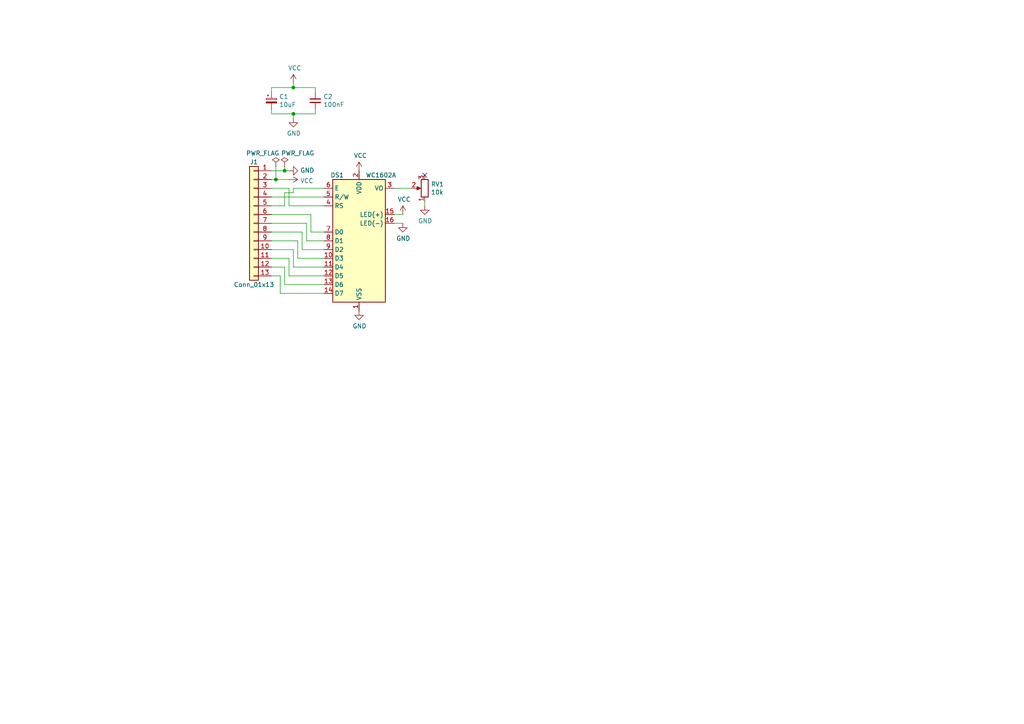
<source format=kicad_sch>
(kicad_sch (version 20211123) (generator eeschema)
  (paper "A4")
  (title_block (title "LCD breakout") (date "2021-10-29") (rev "A"))
  (lib_symbols
    (symbol "Connector_Generic:Conn_01x13" (pin_names (offset 1.016) hide)
      (property "Reference" "J" (at 0 17.78 0))
      (property "Value" "Conn_01x13" (at 0 -17.78 0))
      (symbol "Conn_01x13_1_1"
        (rectangle (start -1.27 -15.113) (end 0 -15.367) (stroke (width 0.1524)))
        (rectangle (start -1.27 -12.573) (end 0 -12.827) (stroke (width 0.1524)))
        (rectangle (start -1.27 -10.033) (end 0 -10.287) (stroke (width 0.1524)))
        (rectangle (start -1.27 -7.493) (end 0 -7.747) (stroke (width 0.1524)))
        (rectangle (start -1.27 -4.953) (end 0 -5.207) (stroke (width 0.1524)))
        (rectangle (start -1.27 -2.413) (end 0 -2.667) (stroke (width 0.1524)))
        (rectangle (start -1.27 0.127) (end 0 -0.127) (stroke (width 0.1524)))
        (rectangle (start -1.27 2.667) (end 0 2.413) (stroke (width 0.1524)))
        (rectangle (start -1.27 5.207) (end 0 4.953) (stroke (width 0.1524)))
        (rectangle (start -1.27 7.747) (end 0 7.493) (stroke (width 0.1524)))
        (rectangle (start -1.27 10.287) (end 0 10.033) (stroke (width 0.1524)))
        (rectangle (start -1.27 12.827) (end 0 12.573) (stroke (width 0.1524)))
        (rectangle (start -1.27 15.367) (end 0 15.113) (stroke (width 0.1524)))
        (rectangle (start -1.27 16.51) (end 1.27 -16.51) (stroke (width 0.254)) (fill (type background)))
        (pin passive line (at -5.08 15.24 0) (length 3.81) (name "Pin_1") (number "1"))
        (pin passive line (at -5.08 -7.62 0) (length 3.81) (name "Pin_10") (number "10"))
        (pin passive line (at -5.08 -10.16 0) (length 3.81) (name "Pin_11") (number "11"))
        (pin passive line (at -5.08 -12.7 0) (length 3.81) (name "Pin_12") (number "12"))
        (pin passive line (at -5.08 -15.24 0) (length 3.81) (name "Pin_13") (number "13"))
        (pin passive line (at -5.08 12.7 0) (length 3.81) (name "Pin_2") (number "2"))
        (pin passive line (at -5.08 10.16 0) (length 3.81) (name "Pin_3") (number "3"))
        (pin passive line (at -5.08 7.62 0) (length 3.81) (name "Pin_4") (number "4"))
        (pin passive line (at -5.08 5.08 0) (length 3.81) (name "Pin_5") (number "5"))
        (pin passive line (at -5.08 2.54 0) (length 3.81) (name "Pin_6") (number "6"))
        (pin passive line (at -5.08 0 0) (length 3.81) (name "Pin_7") (number "7"))
        (pin passive line (at -5.08 -2.54 0) (length 3.81) (name "Pin_8") (number "8"))
        (pin passive line (at -5.08 -5.08 0) (length 3.81) (name "Pin_9") (number "9"))
      )
    )
    (symbol "Device:C_Polarized_Small" (pin_numbers hide) (pin_names (offset 0.254) hide)
      (property "Reference" "C" (at 0.254 1.778 0))
      (property "Value" "C_Polarized_Small" (at 0.254 -2.032 0))
      (symbol "C_Polarized_Small_0_1"
        (rectangle (start -1.524 -0.3048) (end 1.524 -0.6858) (fill (type outline)))
        (rectangle (start -1.524 0.6858) (end 1.524 0.3048))
        (polyline (pts (xy -1.27 1.524) (xy -0.762 1.524)))
        (polyline (pts (xy -1.016 1.27) (xy -1.016 1.778)))
      )
      (symbol "C_Polarized_Small_1_1"
        (pin passive line (at 0 2.54 270) (length 1.8542) (name "~") (number "1"))
        (pin passive line (at 0 -2.54 90) (length 1.8542) (name "~") (number "2"))
      )
    )
    (symbol "Device:C_Small" (pin_numbers hide) (pin_names (offset 0.254) hide)
      (property "Reference" "C" (at 0.254 1.778 0))
      (property "Value" "C_Small" (at 0.254 -2.032 0))
      (symbol "C_Small_0_1"
        (polyline (pts (xy -1.524 -0.508) (xy 1.524 -0.508)) (stroke (width 0.3302)))
        (polyline (pts (xy -1.524 0.508) (xy 1.524 0.508)) (stroke (width 0.3048)))
      )
      (symbol "C_Small_1_1"
        (pin passive line (at 0 2.54 270) (length 2.032) (name "~") (number "1"))
        (pin passive line (at 0 -2.54 90) (length 2.032) (name "~") (number "2"))
      )
    )
    (symbol "Device:R_Potentiometer" (pin_names (offset 1.016) hide)
      (property "Reference" "RV" (at -4.445 0 90))
      (property "Value" "R_Potentiometer" (at -2.54 0 90))
      (symbol "R_Potentiometer_0_1"
        (polyline (pts (xy 2.54 0) (xy 1.524 0)))
        (polyline (pts (xy 1.143 0) (xy 2.286 0.508) (xy 2.286 -0.508) (xy 1.143 0)) (fill (type outline)))
        (rectangle (start 1.016 2.54) (end -1.016 -2.54) (stroke (width 0.254)))
      )
      (symbol "R_Potentiometer_1_1"
        (pin passive line (at 0 3.81 270) (length 1.27) (name "1") (number "1"))
        (pin passive line (at 3.81 0 180) (length 1.27) (name "2") (number "2"))
        (pin passive line (at 0 -3.81 90) (length 1.27) (name "3") (number "3"))
      )
    )
    (symbol "Display_Character:WC1602A"
      (property "Reference" "DS" (at -5.842 19.05 0))
      (property "Value" "WC1602A" (at 5.334 19.05 0))
      (symbol "WC1602A_1_1"
        (rectangle (start -7.62 17.78) (end 7.62 -17.78) (stroke (width 0.254)) (fill (type background)))
        (pin power_in line (at 0 -20.32 90) (length 2.54) (name "VSS") (number "1"))
        (pin input line (at -10.16 -5.08 0) (length 2.54) (name "D3") (number "10"))
        (pin input line (at -10.16 -7.62 0) (length 2.54) (name "D4") (number "11"))
        (pin input line (at -10.16 -10.16 0) (length 2.54) (name "D5") (number "12"))
        (pin input line (at -10.16 -12.7 0) (length 2.54) (name "D6") (number "13"))
        (pin input line (at -10.16 -15.24 0) (length 2.54) (name "D7") (number "14"))
        (pin power_in line (at 10.16 7.62 180) (length 2.54) (name "LED(+)") (number "15"))
        (pin power_in line (at 10.16 5.08 180) (length 2.54) (name "LED(-)") (number "16"))
        (pin power_in line (at 0 20.32 270) (length 2.54) (name "VDD") (number "2"))
        (pin input line (at 10.16 15.24 180) (length 2.54) (name "VO") (number "3"))
        (pin input line (at -10.16 10.16 0) (length 2.54) (name "RS") (number "4"))
        (pin input line (at -10.16 12.7 0) (length 2.54) (name "R/W") (number "5"))
        (pin input line (at -10.16 15.24 0) (length 2.54) (name "E") (number "6"))
        (pin input line (at -10.16 2.54 0) (length 2.54) (name "D0") (number "7"))
        (pin input line (at -10.16 0 0) (length 2.54) (name "D1") (number "8"))
        (pin input line (at -10.16 -2.54 0) (length 2.54) (name "D2") (number "9"))
      )
    )
    (symbol "power:GND" (power) (pin_names (offset 0))
      (property "Value" "GND" (at 0 -3.81 0))
      (symbol "GND_0_1"
        (polyline (pts (xy 0 0) (xy 0 -1.27) (xy 1.27 -1.27) (xy 0 -2.54) (xy -1.27 -1.27) (xy 0 -1.27)))
      )
      (symbol "GND_1_1"
        (pin power_in line (at 0 0 270) (length 0) hide (name "GND") (number "1"))
      )
    )
    (symbol "power:PWR_FLAG" (power) (pin_numbers hide) (pin_names (offset 0) hide)
      (property "Value" "PWR_FLAG" (at 0 3.81 0))
      (symbol "PWR_FLAG_0_0"
        (pin power_out line (at 0 0 90) (length 0) (name "pwr") (number "1"))
      )
      (symbol "PWR_FLAG_0_1"
        (polyline (pts (xy 0 0) (xy 0 1.27) (xy -1.016 1.905) (xy 0 2.54) (xy 1.016 1.905) (xy 0 1.27)))
      )
    )
    (symbol "power:VCC" (power) (pin_names (offset 0))
      (property "Value" "VCC" (at 0 3.81 0))
      (symbol "VCC_0_1"
        (polyline (pts (xy -0.762 1.27) (xy 0 2.54)))
        (polyline (pts (xy 0 0) (xy 0 2.54)))
        (polyline (pts (xy 0 2.54) (xy 0.762 1.27)))
      )
      (symbol "VCC_1_1"
        (pin power_in line (at 0 0 90) (length 0) hide (name "VCC") (number "1"))
      )
    )
  )
  (junction (at 85.09 33.02))
  (junction (at 80.01 52.07))
  (junction (at 82.55 49.53))
  (junction (at 85.09 25.4))
  (no_connect (at 123.19 50.8))
  (wire (pts (xy 85.09 72.39) (xy 85.09 77.47)))
  (wire (pts (xy 86.36 69.85) (xy 78.74 69.85)))
  (wire (pts (xy 85.09 55.88) (xy 85.09 54.61)))
  (wire (pts (xy 85.09 54.61) (xy 93.98 54.61)))
  (wire (pts (xy 78.74 25.4) (xy 85.09 25.4)))
  (wire (pts (xy 86.36 74.93) (xy 86.36 69.85)))
  (wire (pts (xy 78.74 72.39) (xy 85.09 72.39)))
  (wire (pts (xy 83.82 74.93) (xy 78.74 74.93)))
  (wire (pts (xy 82.55 55.88) (xy 85.09 55.88)))
  (wire (pts (xy 88.9 69.85) (xy 88.9 64.77)))
  (wire (pts (xy 82.55 49.53) (xy 78.74 49.53)))
  (wire (pts (xy 85.09 77.47) (xy 93.98 77.47)))
  (wire (pts (xy 93.98 80.01) (xy 83.82 80.01)))
  (wire (pts (xy 83.82 80.01) (xy 83.82 74.93)))
  (wire (pts (xy 87.63 72.39) (xy 93.98 72.39)))
  (wire (pts (xy 82.55 77.47) (xy 82.55 82.55)))
  (wire (pts (xy 91.44 33.02) (xy 85.09 33.02)))
  (wire (pts (xy 81.28 85.09) (xy 81.28 80.01)))
  (wire (pts (xy 82.55 48.26) (xy 82.55 49.53)))
  (wire (pts (xy 83.82 54.61) (xy 83.82 59.69)))
  (wire (pts (xy 85.09 34.29) (xy 85.09 33.02)))
  (wire (pts (xy 90.17 67.31) (xy 93.98 67.31)))
  (wire (pts (xy 87.63 67.31) (xy 87.63 72.39)))
  (wire (pts (xy 78.74 31.75) (xy 78.74 33.02)))
  (wire (pts (xy 78.74 77.47) (xy 82.55 77.47)))
  (wire (pts (xy 82.55 82.55) (xy 93.98 82.55)))
  (wire (pts (xy 85.09 33.02) (xy 78.74 33.02)))
  (wire (pts (xy 83.82 59.69) (xy 93.98 59.69)))
  (wire (pts (xy 85.09 25.4) (xy 91.44 25.4)))
  (wire (pts (xy 93.98 69.85) (xy 88.9 69.85)))
  (wire (pts (xy 93.98 57.15) (xy 78.74 57.15)))
  (wire (pts (xy 78.74 67.31) (xy 87.63 67.31)))
  (wire (pts (xy 119.38 54.61) (xy 114.3 54.61)))
  (wire (pts (xy 93.98 85.09) (xy 81.28 85.09)))
  (wire (pts (xy 80.01 48.26) (xy 80.01 52.07)))
  (wire (pts (xy 81.28 80.01) (xy 78.74 80.01)))
  (wire (pts (xy 91.44 25.4) (xy 91.44 26.67)))
  (wire (pts (xy 91.44 31.75) (xy 91.44 33.02)))
  (wire (pts (xy 78.74 54.61) (xy 83.82 54.61)))
  (wire (pts (xy 83.82 49.53) (xy 82.55 49.53)))
  (wire (pts (xy 78.74 62.23) (xy 90.17 62.23)))
  (wire (pts (xy 78.74 59.69) (xy 82.55 59.69)))
  (wire (pts (xy 78.74 25.4) (xy 78.74 26.67)))
  (wire (pts (xy 123.19 59.69) (xy 123.19 58.42)))
  (wire (pts (xy 82.55 59.69) (xy 82.55 55.88)))
  (wire (pts (xy 114.3 64.77) (xy 116.84 64.77)))
  (wire (pts (xy 90.17 62.23) (xy 90.17 67.31)))
  (wire (pts (xy 80.01 52.07) (xy 83.82 52.07)))
  (wire (pts (xy 78.74 52.07) (xy 80.01 52.07)))
  (wire (pts (xy 88.9 64.77) (xy 78.74 64.77)))
  (wire (pts (xy 93.98 74.93) (xy 86.36 74.93)))
  (wire (pts (xy 116.84 62.23) (xy 114.3 62.23)))
  (wire (pts (xy 85.09 24.13) (xy 85.09 25.4)))
  (symbol (lib_id "Display_Character:WC1602A") (at 104.14 69.85 0) (unit 1)
    (property "Reference" "DS1" (at 97.79 50.8 0))
    (property "Value" "WC1602A" (at 110.49 50.8 0))
    (property "Footprint" "Display:WC1602A" (effects hide))
    (property "Datasheet" "http://www.wincomlcd.com/pdf/WC1602A-SFYLYHTC06.pdf" (effects hide))
  )
  (symbol (lib_id "Device:C_Small") (at 91.44 29.21 0) (unit 1)
    (property "Reference" "C2" (at 93.7768 28.0416 0) (effects (justify left)))
    (property "Value" "100nF" (at 93.7768 30.353 0) (effects (justify left)))
    (property "Footprint" "Capacitor_THT:C_Disc_D3.4mm_W2.1mm_P2.50mm" (effects hide))
  )
  (symbol (lib_id "power:VCC") (at 85.09 24.13 0) (unit 1)
    (property "Reference" "#PWR03" (effects hide))
    (property "Value" "VCC" (at 85.471 19.7358 0))
  )
  (symbol (lib_id "power:GND") (at 85.09 34.29 0) (unit 1)
    (property "Reference" "#PWR04" (effects hide))
    (property "Value" "GND" (at 85.217 38.6842 0))
  )
  (symbol (lib_id "Connector_Generic:Conn_01x13") (at 73.66 64.77 0) (mirror y) (unit 1)
    (property "Reference" "J1" (at 73.66 46.99 0))
    (property "Value" "Conn_01x13" (at 73.66 82.55 0))
    (property "Footprint" "Connector_PinSocket_2.54mm:PinSocket_1x13_P2.54mm_Vertical" (effects hide))
  )
  (symbol (lib_id "power:VCC") (at 83.82 52.07 270) (unit 1)
    (property "Reference" "#PWR01" (effects hide))
    (property "Value" "VCC" (at 87.0712 52.451 90) (effects (justify left)))
  )
  (symbol (lib_id "power:GND") (at 83.82 49.53 90) (unit 1)
    (property "Reference" "#PWR02" (effects hide))
    (property "Value" "GND" (at 87.0712 49.403 90) (effects (justify right)))
  )
  (symbol (lib_id "power:VCC") (at 104.14 49.53 0) (unit 1)
    (property "Reference" "#PWR05" (effects hide))
    (property "Value" "VCC" (at 104.521 45.1358 0))
  )
  (symbol (lib_id "power:GND") (at 104.14 90.17 0) (unit 1)
    (property "Reference" "#PWR06" (effects hide))
    (property "Value" "GND" (at 104.267 94.5642 0))
  )
  (symbol (lib_id "power:VCC") (at 116.84 62.23 0) (unit 1)
    (property "Reference" "#PWR07" (effects hide))
    (property "Value" "VCC" (at 117.221 57.8358 0))
  )
  (symbol (lib_id "power:GND") (at 116.84 64.77 0) (unit 1)
    (property "Reference" "#PWR08" (effects hide))
    (property "Value" "GND" (at 116.967 69.1642 0))
  )
  (symbol (lib_id "Device:R_Potentiometer") (at 123.19 54.61 180) (unit 1)
    (property "Reference" "RV1" (at 124.968 53.4416 0) (effects (justify right)))
    (property "Value" "10k" (at 124.968 55.753 0) (effects (justify right)))
    (property "Footprint" "lcd:3352W1502LF" (effects hide))
  )
  (symbol (lib_id "power:GND") (at 123.19 59.69 0) (unit 1)
    (property "Reference" "#PWR09" (effects hide))
    (property "Value" "GND" (at 123.317 64.0842 0))
  )
  (symbol (lib_id "power:PWR_FLAG") (at 80.01 48.26 0) (unit 1)
    (property "Reference" "#FLG01" (effects hide))
    (property "Value" "PWR_FLAG" (at 76.2 44.45 0))
  )
  (symbol (lib_id "power:PWR_FLAG") (at 82.55 48.26 0) (unit 1)
    (property "Reference" "#FLG02" (effects hide))
    (property "Value" "PWR_FLAG" (at 86.36 44.45 0))
  )
  (symbol (lib_id "Device:C_Polarized_Small") (at 78.74 29.21 0) (unit 1)
    (property "Reference" "C1" (at 80.9752 28.0416 0) (effects (justify left)))
    (property "Value" "10uF" (at 80.9752 30.353 0) (effects (justify left)))
    (property "Footprint" "Capacitor_THT:CP_Radial_D4.0mm_P2.00mm" (effects hide))
  )
)
</source>
